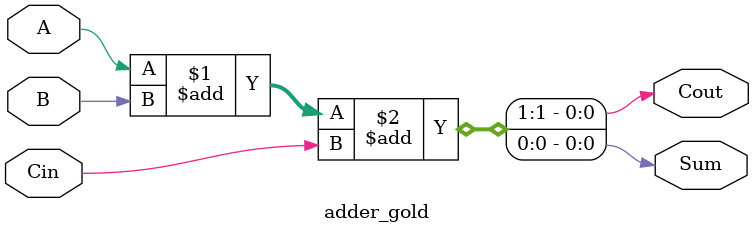
<source format=v>
module adder_gold(
	input A,
	input B,
	input Cin,
	output Sum,
	output Cout
);

assign { Cout, Sum } = A + B + Cin;

endmodule

</source>
